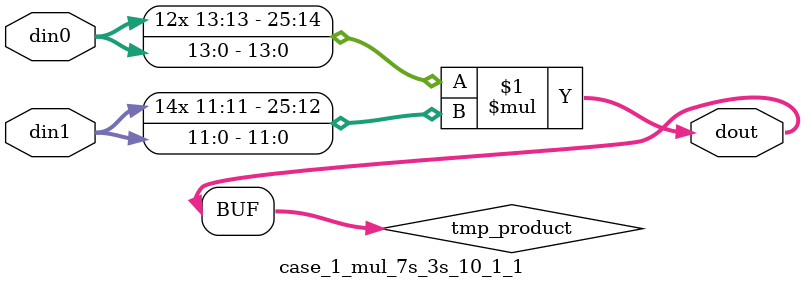
<source format=v>

`timescale 1 ns / 1 ps

 module case_1_mul_7s_3s_10_1_1(din0, din1, dout);
parameter ID = 1;
parameter NUM_STAGE = 0;
parameter din0_WIDTH = 14;
parameter din1_WIDTH = 12;
parameter dout_WIDTH = 26;

input [din0_WIDTH - 1 : 0] din0; 
input [din1_WIDTH - 1 : 0] din1; 
output [dout_WIDTH - 1 : 0] dout;

wire signed [dout_WIDTH - 1 : 0] tmp_product;



























assign tmp_product = $signed(din0) * $signed(din1);








assign dout = tmp_product;





















endmodule

</source>
